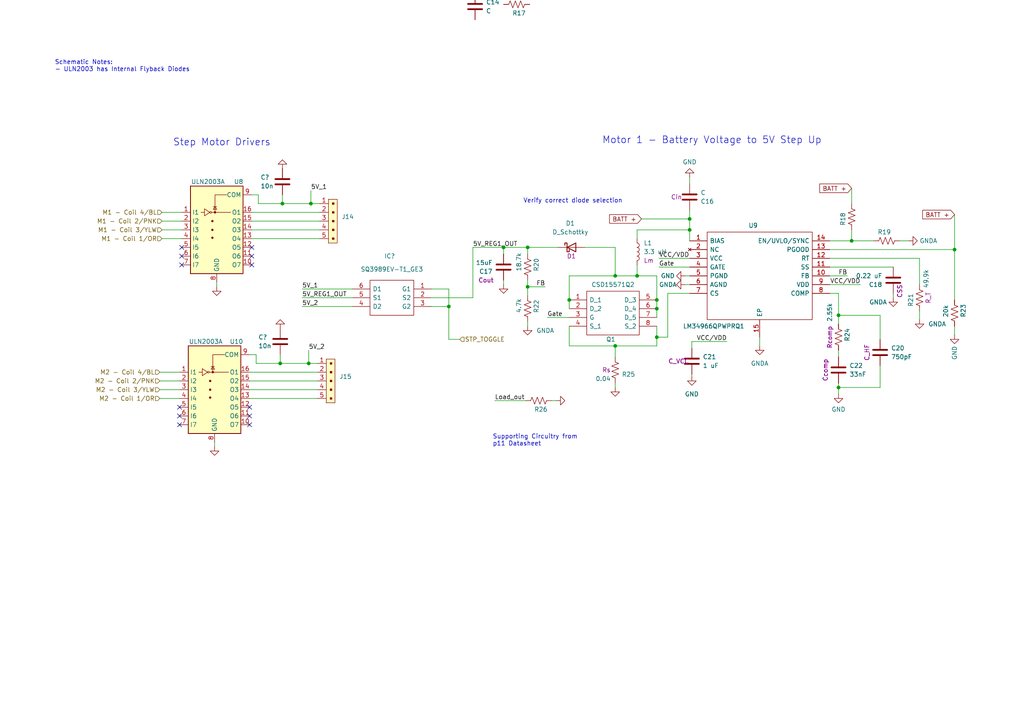
<source format=kicad_sch>
(kicad_sch (version 20211123) (generator eeschema)
  (paper "A4")
  (lib_symbols
    (symbol "CSD15571Q2:CSD15571Q2" (pin_names (offset 0.762))
      (property "Reference" "Q" (at 21.59 7.62 0))
      (property "Value" "CSD15571Q2" (at 21.59 5.08 0))
      (symbol "CSD15571Q2_0_0"
        (pin passive line (at 0 0 0) (length 5.08) (name "D_1") (number "1"))
        (pin passive line (at 0 -2.54 0) (length 5.08) (name "D_2") (number "2"))
        (pin passive line (at 0 -5.08 0) (length 5.08) (name "G") (number "3"))
        (pin passive line (at 0 -7.62 0) (length 5.08) (name "S_1") (number "4"))
        (pin passive line (at 25.4 0 180) (length 5.08) (name "D_3") (number "5"))
        (pin passive line (at 25.4 -2.54 180) (length 5.08) (name "D_4") (number "6"))
        (pin passive line (at 25.4 -5.08 180) (length 5.08) (name "D_5") (number "7"))
        (pin passive line (at 25.4 -7.62 180) (length 5.08) (name "S_2") (number "8"))
      )
      (symbol "CSD15571Q2_0_1"
        (polyline (pts (xy 5.08 2.54) (xy 20.32 2.54) (xy 20.32 -10.16) (xy 5.08 -10.16) (xy 5.08 2.54)) (stroke (width 0.1524)))
      )
    )
    (symbol "Device:C" (pin_numbers hide) (pin_names (offset 0.254))
      (property "Reference" "C" (at 0.635 2.54 0))
      (property "Value" "C" (at 0.635 -2.54 0))
      (symbol "C_0_1"
        (polyline (pts (xy -2.032 -0.762) (xy 2.032 -0.762)) (stroke (width 0.508)))
        (polyline (pts (xy -2.032 0.762) (xy 2.032 0.762)) (stroke (width 0.508)))
      )
      (symbol "C_1_1"
        (pin passive line (at 0 3.81 270) (length 2.794) (name "~") (number "1"))
        (pin passive line (at 0 -3.81 90) (length 2.794) (name "~") (number "2"))
      )
    )
    (symbol "Device:D_Schottky" (pin_numbers hide) (pin_names (offset 1.016) hide)
      (property "Reference" "D" (at 0 2.54 0))
      (property "Value" "D_Schottky" (at 0 -2.54 0))
      (symbol "D_Schottky_0_1"
        (polyline (pts (xy 1.27 0) (xy -1.27 0)))
        (polyline (pts (xy 1.27 1.27) (xy 1.27 -1.27) (xy -1.27 0) (xy 1.27 1.27)) (stroke (width 0.254)))
        (polyline (pts (xy -1.905 0.635) (xy -1.905 1.27) (xy -1.27 1.27) (xy -1.27 -1.27) (xy -0.635 -1.27) (xy -0.635 -0.635)) (stroke (width 0.254)))
      )
      (symbol "D_Schottky_1_1"
        (pin passive line (at -3.81 0 0) (length 2.54) (name "K") (number "1"))
        (pin passive line (at 3.81 0 180) (length 2.54) (name "A") (number "2"))
      )
    )
    (symbol "Device:L" (pin_numbers hide) (pin_names (offset 1.016) hide)
      (property "Reference" "L" (at -1.27 0 90))
      (property "Value" "L" (at 1.905 0 90))
      (symbol "L_0_1"
        (arc (start 0 -2.54) (mid 0.635 -1.905) (end 0 -1.27))
        (arc (start 0 -1.27) (mid 0.635 -0.635) (end 0 0))
        (arc (start 0 0) (mid 0.635 0.635) (end 0 1.27))
        (arc (start 0 1.27) (mid 0.635 1.905) (end 0 2.54))
      )
      (symbol "L_1_1"
        (pin passive line (at 0 3.81 270) (length 1.27) (name "1") (number "1"))
        (pin passive line (at 0 -3.81 90) (length 1.27) (name "2") (number "2"))
      )
    )
    (symbol "Device:R_US" (pin_numbers hide) (pin_names (offset 0))
      (property "Reference" "R" (at 2.54 0 90))
      (property "Value" "R_US" (at -2.54 0 90))
      (symbol "R_US_0_1"
        (polyline (pts (xy 0 -2.286) (xy 0 -2.54)))
        (polyline (pts (xy 0 2.286) (xy 0 2.54)))
        (polyline (pts (xy 0 -0.762) (xy 1.016 -1.143) (xy 0 -1.524) (xy -1.016 -1.905) (xy 0 -2.286)))
        (polyline (pts (xy 0 0.762) (xy 1.016 0.381) (xy 0 0) (xy -1.016 -0.381) (xy 0 -0.762)))
        (polyline (pts (xy 0 2.286) (xy 1.016 1.905) (xy 0 1.524) (xy -1.016 1.143) (xy 0 0.762)))
      )
      (symbol "R_US_1_1"
        (pin passive line (at 0 3.81 270) (length 1.27) (name "~") (number "1"))
        (pin passive line (at 0 -3.81 90) (length 1.27) (name "~") (number "2"))
      )
    )
    (symbol "LM34966QPWPRQ1:LM34966QPWPRQ1" (pin_names (offset 0.762))
      (property "Reference" "IC" (at 36.83 7.62 0))
      (property "Value" "LM34966QPWPRQ1" (at 36.83 5.08 0))
      (symbol "LM34966QPWPRQ1_0_0"
        (pin passive line (at 0 0 0) (length 5.08) (name "BIAS") (number "1"))
        (pin passive line (at 40.64 -10.16 180) (length 5.08) (name "FB") (number "10"))
        (pin passive line (at 40.64 -7.62 180) (length 5.08) (name "SS") (number "11"))
        (pin passive line (at 40.64 -5.08 180) (length 5.08) (name "RT") (number "12"))
        (pin passive line (at 40.64 -2.54 180) (length 5.08) (name "PGOOD") (number "13"))
        (pin passive line (at 40.64 0 180) (length 5.08) (name "EN/UVLO/SYNC") (number "14"))
        (pin passive line (at 20.32 -27.94 90) (length 5.08) (name "EP") (number "15"))
        (pin no_connect line (at 0 -2.54 0) (length 5.08) (name "NC") (number "2"))
        (pin passive line (at 0 -5.08 0) (length 5.08) (name "VCC") (number "3"))
        (pin passive line (at 0 -7.62 0) (length 5.08) (name "GATE") (number "4"))
        (pin passive line (at 0 -10.16 0) (length 5.08) (name "PGND") (number "5"))
        (pin passive line (at 0 -12.7 0) (length 5.08) (name "AGND") (number "6"))
        (pin passive line (at 0 -15.24 0) (length 5.08) (name "CS") (number "7"))
        (pin passive line (at 40.64 -15.24 180) (length 5.08) (name "COMP") (number "8"))
        (pin passive line (at 40.64 -12.7 180) (length 5.08) (name "VDD") (number "9"))
      )
      (symbol "LM34966QPWPRQ1_0_1"
        (polyline (pts (xy 5.08 2.54) (xy 35.56 2.54) (xy 35.56 -22.86) (xy 5.08 -22.86) (xy 5.08 2.54)) (stroke (width 0.1524)))
      )
    )
    (symbol "SQ3989EV-T1_GE3:SQ3989EV-T1_GE3" (pin_names (offset 0.762))
      (property "Reference" "IC" (at 19.05 7.62 0))
      (property "Value" "SQ3989EV-T1_GE3" (at 19.05 5.08 0))
      (symbol "SQ3989EV-T1_GE3_0_0"
        (pin passive line (at 0 0 0) (length 5.08) (name "G1") (number "1"))
        (pin passive line (at 0 -2.54 0) (length 5.08) (name "S2") (number "2"))
        (pin passive line (at 0 -5.08 0) (length 5.08) (name "G2") (number "3"))
        (pin passive line (at 22.86 -5.08 180) (length 5.08) (name "D2") (number "4"))
        (pin passive line (at 22.86 -2.54 180) (length 5.08) (name "S1") (number "5"))
        (pin passive line (at 22.86 0 180) (length 5.08) (name "D1") (number "6"))
      )
      (symbol "SQ3989EV-T1_GE3_0_1"
        (polyline (pts (xy 5.08 2.54) (xy 17.78 2.54) (xy 17.78 -7.62) (xy 5.08 -7.62) (xy 5.08 2.54)) (stroke (width 0.1524)))
      )
    )
    (symbol "Transistor_Array:ULN2003A"
      (property "Reference" "U" (at 0 15.875 0))
      (property "Value" "ULN2003A" (at 0 13.97 0))
      (symbol "ULN2003A_0_1"
        (rectangle (start -7.62 -12.7) (end 7.62 12.7) (stroke (width 0.254)) (fill (type background)))
        (circle (center -1.778 5.08) (radius 0.254))
        (circle (center -1.27 -2.286) (radius 0.254) (fill (type outline)))
        (circle (center -1.27 0) (radius 0.254) (fill (type outline)))
        (circle (center -1.27 2.54) (radius 0.254) (fill (type outline)))
        (circle (center -0.508 5.08) (radius 0.254) (fill (type outline)))
        (polyline (pts (xy -4.572 5.08) (xy -3.556 5.08)))
        (polyline (pts (xy -1.524 5.08) (xy 4.064 5.08)))
        (polyline (pts (xy 0 6.731) (xy -1.016 6.731)))
        (polyline (pts (xy -0.508 5.08) (xy -0.508 10.16) (xy 2.921 10.16)))
        (polyline (pts (xy -3.556 6.096) (xy -3.556 4.064) (xy -2.032 5.08) (xy -3.556 6.096)))
        (polyline (pts (xy 0 5.969) (xy -1.016 5.969) (xy -0.508 6.731) (xy 0 5.969)))
      )
      (symbol "ULN2003A_1_1"
        (pin input line (at -10.16 5.08 0) (length 2.54) (name "I1") (number "1"))
        (pin open_collector line (at 10.16 -10.16 180) (length 2.54) (name "O7") (number "10"))
        (pin open_collector line (at 10.16 -7.62 180) (length 2.54) (name "O6") (number "11"))
        (pin open_collector line (at 10.16 -5.08 180) (length 2.54) (name "O5") (number "12"))
        (pin open_collector line (at 10.16 -2.54 180) (length 2.54) (name "O4") (number "13"))
        (pin open_collector line (at 10.16 0 180) (length 2.54) (name "O3") (number "14"))
        (pin open_collector line (at 10.16 2.54 180) (length 2.54) (name "O2") (number "15"))
        (pin open_collector line (at 10.16 5.08 180) (length 2.54) (name "O1") (number "16"))
        (pin input line (at -10.16 2.54 0) (length 2.54) (name "I2") (number "2"))
        (pin input line (at -10.16 0 0) (length 2.54) (name "I3") (number "3"))
        (pin input line (at -10.16 -2.54 0) (length 2.54) (name "I4") (number "4"))
        (pin input line (at -10.16 -5.08 0) (length 2.54) (name "I5") (number "5"))
        (pin input line (at -10.16 -7.62 0) (length 2.54) (name "I6") (number "6"))
        (pin input line (at -10.16 -10.16 0) (length 2.54) (name "I7") (number "7"))
        (pin power_in line (at 0 -15.24 90) (length 2.54) (name "GND") (number "8"))
        (pin passive line (at 10.16 10.16 180) (length 2.54) (name "COM") (number "9"))
      )
    )
    (symbol "dk_Rectangular-Connectors-Headers-Male-Pins:B5B-XH-A_LF__SN_" (pin_names (offset 1.016))
      (property "Reference" "J" (at -2.54 -1.27 0))
      (property "Value" "B5B-XH-A_LF__SN_" (at 5.08 -3.81 0))
      (symbol "B5B-XH-A_LF__SN__1_1"
        (rectangle (start -1.27 0) (end 11.43 -2.54) (fill (type background)))
        (rectangle (start -0.254 -1.143) (end 0.254 -1.651) (fill (type outline)))
        (rectangle (start 2.286 -1.143) (end 2.794 -1.651) (fill (type outline)))
        (rectangle (start 4.826 -1.143) (end 5.334 -1.651) (fill (type outline)))
        (rectangle (start 7.366 -1.143) (end 7.874 -1.651) (fill (type outline)))
        (rectangle (start 9.906 -1.143) (end 10.414 -1.651) (fill (type outline)))
        (pin passive line (at 0 2.54 270) (length 2.54) (name "~") (number "1"))
        (pin passive line (at 2.54 2.54 270) (length 2.54) (name "~") (number "2"))
        (pin passive line (at 5.08 2.54 270) (length 2.54) (name "~") (number "3"))
        (pin passive line (at 7.62 2.54 270) (length 2.54) (name "~") (number "4"))
        (pin passive line (at 10.16 2.54 270) (length 2.54) (name "~") (number "5"))
      )
    )
    (symbol "power:GND" (power) (pin_names (offset 0))
      (property "Value" "GND" (at 0 -3.81 0))
      (symbol "GND_0_1"
        (polyline (pts (xy 0 0) (xy 0 -1.27) (xy 1.27 -1.27) (xy 0 -2.54) (xy -1.27 -1.27) (xy 0 -1.27)))
      )
      (symbol "GND_1_1"
        (pin power_in line (at 0 0 270) (length 0) hide (name "GND") (number "1"))
      )
    )
    (symbol "power:GNDA" (power) (pin_names (offset 0))
      (property "Value" "GNDA" (at 0 -3.81 0))
      (symbol "GNDA_0_1"
        (polyline (pts (xy 0 0) (xy 0 -1.27) (xy 1.27 -1.27) (xy 0 -2.54) (xy -1.27 -1.27) (xy 0 -1.27)))
      )
      (symbol "GNDA_1_1"
        (pin power_in line (at 0 0 270) (length 0) hide (name "GNDA") (number "1"))
      )
    )
  )
  (junction (at 190.5 97.79))
  (junction (at 200.025 66.675))
  (junction (at 81.915 59.055))
  (junction (at 153.035 83.185))
  (junction (at 243.205 112.395))
  (junction (at 243.205 91.44))
  (junction (at 178.435 80.01))
  (junction (at 165.1 86.995))
  (junction (at 200.025 63.5))
  (junction (at 90.17 59.055))
  (junction (at 190.5 86.995))
  (junction (at 130.175 88.9))
  (junction (at 276.86 72.39))
  (junction (at 81.28 105.41))
  (junction (at 153.035 71.755))
  (junction (at 247.015 69.85))
  (junction (at 184.785 80.01))
  (junction (at 89.535 105.41))
  (junction (at 146.05 71.755))
  (junction (at 178.435 100.33))
  (junction (at 190.5 89.535))
  (no_connect (at 73.025 74.295))
  (no_connect (at 72.39 123.19))
  (no_connect (at 52.07 123.19))
  (no_connect (at 73.025 71.755))
  (no_connect (at 72.39 118.11))
  (no_connect (at 73.025 76.835))
  (no_connect (at 52.705 74.295))
  (no_connect (at 52.705 76.835))
  (no_connect (at 52.705 71.755))
  (no_connect (at 52.07 118.11))
  (no_connect (at 52.07 120.65))
  (no_connect (at 72.39 120.65))
  (wire (pts (xy 200.025 60.96) (xy 200.025 63.5)))
  (wire (pts (xy 72.39 102.87) (xy 74.295 102.87)))
  (wire (pts (xy 130.175 98.425) (xy 133.35 98.425)))
  (wire (pts (xy 165.1 94.615) (xy 165.1 100.33)))
  (wire (pts (xy 92.71 64.135) (xy 73.025 64.135)))
  (wire (pts (xy 153.035 81.28) (xy 153.035 83.185)))
  (wire (pts (xy 178.435 111.125) (xy 178.435 112.395)))
  (wire (pts (xy 90.17 55.245) (xy 90.17 59.055)))
  (wire (pts (xy 137.16 71.755) (xy 146.05 71.755)))
  (wire (pts (xy 243.205 101.6) (xy 243.205 103.505)))
  (wire (pts (xy 92.075 105.41) (xy 89.535 105.41)))
  (wire (pts (xy 81.915 56.515) (xy 81.915 59.055)))
  (wire (pts (xy 92.71 66.675) (xy 73.025 66.675)))
  (wire (pts (xy 200.025 82.55) (xy 198.755 82.55)))
  (wire (pts (xy 143.51 116.205) (xy 152.4 116.205)))
  (wire (pts (xy 92.71 61.595) (xy 73.025 61.595)))
  (wire (pts (xy 200.025 53.34) (xy 200.025 51.435)))
  (wire (pts (xy 184.785 66.675) (xy 184.785 69.215)))
  (wire (pts (xy 153.035 83.185) (xy 153.035 85.725)))
  (wire (pts (xy 146.05 71.755) (xy 146.05 73.66)))
  (wire (pts (xy 190.5 97.79) (xy 193.675 97.79)))
  (wire (pts (xy 243.205 91.44) (xy 243.205 85.09)))
  (wire (pts (xy 178.435 80.01) (xy 178.435 71.755)))
  (wire (pts (xy 87.63 83.82) (xy 102.235 83.82)))
  (wire (pts (xy 52.705 64.135) (xy 46.99 64.135)))
  (wire (pts (xy 200.025 66.675) (xy 200.025 63.5)))
  (wire (pts (xy 255.27 106.045) (xy 255.27 112.395)))
  (wire (pts (xy 200.025 69.85) (xy 200.025 66.675)))
  (wire (pts (xy 153.035 71.755) (xy 161.925 71.755)))
  (wire (pts (xy 137.16 86.36) (xy 137.16 71.755)))
  (wire (pts (xy 243.205 91.44) (xy 255.27 91.44)))
  (wire (pts (xy 266.7 90.17) (xy 266.7 92.71)))
  (wire (pts (xy 178.435 100.33) (xy 190.5 100.33)))
  (wire (pts (xy 153.035 83.185) (xy 158.115 83.185)))
  (wire (pts (xy 160.02 116.205) (xy 161.29 116.205)))
  (wire (pts (xy 146.05 81.28) (xy 146.05 82.55)))
  (wire (pts (xy 89.535 101.6) (xy 89.535 105.41)))
  (wire (pts (xy 52.705 61.595) (xy 46.99 61.595)))
  (wire (pts (xy 52.07 115.57) (xy 46.355 115.57)))
  (wire (pts (xy 130.175 83.82) (xy 130.175 88.9)))
  (wire (pts (xy 260.985 69.85) (xy 263.525 69.85)))
  (wire (pts (xy 52.705 69.215) (xy 46.99 69.215)))
  (wire (pts (xy 165.1 80.01) (xy 178.435 80.01)))
  (wire (pts (xy 240.665 69.85) (xy 247.015 69.85)))
  (wire (pts (xy 153.035 93.345) (xy 153.035 94.615)))
  (wire (pts (xy 153.035 71.755) (xy 146.05 71.755)))
  (wire (pts (xy 74.93 59.055) (xy 81.915 59.055)))
  (wire (pts (xy 255.27 112.395) (xy 243.205 112.395)))
  (wire (pts (xy 190.5 86.995) (xy 190.5 80.01)))
  (wire (pts (xy 52.705 66.675) (xy 46.99 66.675)))
  (wire (pts (xy 81.28 102.87) (xy 81.28 105.41)))
  (wire (pts (xy 247.015 69.85) (xy 253.365 69.85)))
  (wire (pts (xy 165.1 86.995) (xy 165.1 80.01)))
  (wire (pts (xy 52.07 110.49) (xy 46.355 110.49)))
  (wire (pts (xy 52.07 113.03) (xy 46.355 113.03)))
  (wire (pts (xy 169.545 71.755) (xy 178.435 71.755)))
  (wire (pts (xy 200.66 99.06) (xy 210.82 99.06)))
  (wire (pts (xy 125.095 88.9) (xy 130.175 88.9)))
  (wire (pts (xy 130.175 88.9) (xy 130.175 98.425)))
  (wire (pts (xy 74.93 56.515) (xy 74.93 59.055)))
  (wire (pts (xy 243.205 112.395) (xy 243.205 114.3)))
  (wire (pts (xy 190.5 89.535) (xy 190.5 92.075)))
  (wire (pts (xy 92.075 107.95) (xy 72.39 107.95)))
  (wire (pts (xy 200.66 99.06) (xy 200.66 100.965)))
  (wire (pts (xy 87.63 88.9) (xy 102.235 88.9)))
  (wire (pts (xy 276.86 72.39) (xy 276.86 86.995)))
  (wire (pts (xy 184.785 76.835) (xy 184.785 80.01)))
  (wire (pts (xy 200.025 66.675) (xy 184.785 66.675)))
  (wire (pts (xy 220.345 97.79) (xy 220.345 100.33)))
  (wire (pts (xy 81.28 105.41) (xy 89.535 105.41)))
  (wire (pts (xy 190.5 100.33) (xy 190.5 97.79)))
  (wire (pts (xy 92.71 59.055) (xy 90.17 59.055)))
  (wire (pts (xy 191.135 74.93) (xy 200.025 74.93)))
  (wire (pts (xy 165.1 100.33) (xy 178.435 100.33)))
  (wire (pts (xy 193.675 85.09) (xy 200.025 85.09)))
  (wire (pts (xy 87.63 86.36) (xy 102.235 86.36)))
  (wire (pts (xy 186.055 63.5) (xy 200.025 63.5)))
  (wire (pts (xy 240.665 74.93) (xy 266.7 74.93)))
  (wire (pts (xy 276.86 62.23) (xy 276.86 72.39)))
  (wire (pts (xy 184.785 80.01) (xy 190.5 80.01)))
  (wire (pts (xy 92.075 113.03) (xy 72.39 113.03)))
  (wire (pts (xy 125.095 86.36) (xy 137.16 86.36)))
  (wire (pts (xy 73.025 56.515) (xy 74.93 56.515)))
  (wire (pts (xy 153.035 71.755) (xy 153.035 73.66)))
  (wire (pts (xy 243.205 111.125) (xy 243.205 112.395)))
  (wire (pts (xy 193.675 97.79) (xy 193.675 85.09)))
  (wire (pts (xy 249.555 82.55) (xy 240.665 82.55)))
  (wire (pts (xy 240.665 77.47) (xy 259.08 77.47)))
  (wire (pts (xy 200.66 108.585) (xy 200.66 109.22)))
  (wire (pts (xy 62.23 128.27) (xy 62.23 129.54)))
  (wire (pts (xy 255.27 91.44) (xy 255.27 98.425)))
  (wire (pts (xy 240.665 72.39) (xy 276.86 72.39)))
  (wire (pts (xy 158.75 92.075) (xy 165.1 92.075)))
  (wire (pts (xy 191.135 77.47) (xy 200.025 77.47)))
  (wire (pts (xy 190.5 86.995) (xy 190.5 89.535)))
  (wire (pts (xy 125.095 83.82) (xy 130.175 83.82)))
  (wire (pts (xy 74.295 105.41) (xy 81.28 105.41)))
  (wire (pts (xy 92.075 115.57) (xy 72.39 115.57)))
  (wire (pts (xy 178.435 100.33) (xy 178.435 103.505)))
  (wire (pts (xy 247.015 66.675) (xy 247.015 69.85)))
  (wire (pts (xy 165.1 89.535) (xy 165.1 86.995)))
  (wire (pts (xy 81.915 59.055) (xy 90.17 59.055)))
  (wire (pts (xy 74.295 102.87) (xy 74.295 105.41)))
  (wire (pts (xy 243.205 93.98) (xy 243.205 91.44)))
  (wire (pts (xy 247.015 54.61) (xy 247.015 59.055)))
  (wire (pts (xy 73.025 69.215) (xy 92.71 69.215)))
  (wire (pts (xy 243.205 85.09) (xy 240.665 85.09)))
  (wire (pts (xy 190.5 97.79) (xy 190.5 94.615)))
  (wire (pts (xy 200.025 80.01) (xy 198.755 80.01)))
  (wire (pts (xy 62.865 81.915) (xy 62.865 83.185)))
  (wire (pts (xy 240.665 80.01) (xy 245.745 80.01)))
  (wire (pts (xy 276.86 94.615) (xy 276.86 97.155)))
  (wire (pts (xy 92.075 110.49) (xy 72.39 110.49)))
  (wire (pts (xy 52.07 107.95) (xy 46.355 107.95)))
  (wire (pts (xy 178.435 80.01) (xy 184.785 80.01)))
  (wire (pts (xy 259.08 85.09) (xy 259.08 86.36)))
  (wire (pts (xy 266.7 74.93) (xy 266.7 82.55)))
  (text "Step Motor Drivers" (at 50.165 42.545 0) (effects (font (size 2 2)) (justify left bottom)))
  (text "TODO:\nAdd mosfets to toggle power in- on 5V regulator perhaps?\nVerify correct diode selection" (at 41.91 -3.175 0) (effects (font (size 1.27 1.27)) (justify left bottom)))
  (text "Motor 1 - Battery Voltage to 5V Step Up " (at 174.625 41.91 0) (effects (font (size 2 2)) (justify left bottom)))
  (text "Schematic Notes:\n- ULN2003 has Internal Flyback Diodes" (at 15.875 20.955 0) (effects (font (size 1.27 1.27)) (justify left bottom)))
  (text "Supporting Circuitry from \np11 Datasheet" (at 142.875 129.54 0) (effects (font (size 1.27 1.27)) (justify left bottom)))
  (text "Verify correct diode selection" (at 151.765 59.055 0) (effects (font (size 1.27 1.27)) (justify left bottom)))
  (label "5V_2" (at 87.63 88.9 0))
  (label "VCC{slash}VDD" (at 249.555 82.55 180))
  (label "5V_REG1_OUT" (at 87.63 86.36 0))
  (label "Load_out" (at 143.51 116.205 0))
  (label "5V_REG1_OUT" (at 137.16 71.755 0))
  (label "FB" (at 245.745 80.01 180))
  (label "VCC{slash}VDD" (at 191.135 74.93 0))
  (label "5V_1" (at 90.17 55.245 0))
  (label "FB" (at 158.115 83.185 180))
  (label "Gate" (at 191.135 77.47 0))
  (label "VCC{slash}VDD" (at 210.82 99.06 180))
  (label "Gate" (at 158.75 92.075 0))
  (label "5V_2" (at 89.535 101.6 0))
  (label "5V_1" (at 87.63 83.82 0))
  (global_label "BATT +" (shape input) (at 276.86 62.23 180) (property "Intersheet References" "${INTERSHEET_REFS}" (effects hide)))
  (global_label "BATT +" (shape input) (at 247.015 54.61 180) (property "Intersheet References" "${INTERSHEET_REFS}" (effects hide)))
  (global_label "BATT +" (shape input) (at 186.055 63.5 180) (property "Intersheet References" "${INTERSHEET_REFS}" (effects hide)))
  (hierarchical_label "M1 - Coil 3{slash}YLW" (shape input) (at 46.99 66.675 180))
  (hierarchical_label "M1 - Coil 1{slash}OR" (shape input) (at 46.99 69.215 180))
  (hierarchical_label "M1 - Coil 2{slash}PNK" (shape input) (at 46.99 64.135 180))
  (hierarchical_label "M2 - Coil 2{slash}PNK" (shape input) (at 46.355 110.49 180))
  (hierarchical_label "STP_TOGGLE" (shape input) (at 133.35 98.425 0))
  (hierarchical_label "M2 - Coil 1{slash}OR" (shape input) (at 46.355 115.57 180))
  (hierarchical_label "M2 - Coil 4{slash}BL" (shape input) (at 46.355 107.95 180))
  (hierarchical_label "M1 - Coil 4{slash}BL" (shape input) (at 46.99 61.595 180))
  (hierarchical_label "M2 - Coil 3{slash}YLW" (shape input) (at 46.355 113.03 180))
  (symbol (lib_id "power:GND") (at 178.435 112.395 0) (mirror y) (unit 1)
    (property "Reference" "#PWR059" (effects hide))
    (property "Value" "GND" (effects hide))
  )
  (symbol (lib_id "Device:C") (at 243.205 107.315 0) (unit 1)
    (property "Reference" "C22" (at 246.38 106.0449 0) (effects (justify left)))
    (property "Value" "33nF" (at 246.38 108.5849 0) (effects (justify left)))
    (property "Footprint" "Capacitor_SMD:C_0805_2012Metric" (effects hide))
    (property "MPN" "CGA4J2C0G1H333J125AA" (effects hide))
    (property "Part" "Ccomp" (at 239.395 107.315 90))
  )
  (symbol (lib_id "Device:C") (at 255.27 102.235 0) (unit 1)
    (property "Reference" "C20" (at 258.445 100.9649 0) (effects (justify left)))
    (property "Value" "750pF" (at 258.445 103.5049 0) (effects (justify left)))
    (property "Footprint" "Capacitor_SMD:C_0402_1005Metric" (effects hide))
    (property "MPN" "GRM1555C1H751GA01D" (effects hide))
    (property "Part" "C_HF" (at 251.46 102.235 90))
  )
  (symbol (lib_id "dk_Rectangular-Connectors-Headers-Male-Pins:B5B-XH-A_LF__SN_") (at 94.615 105.41 90) (mirror x) (unit 1)
    (property "Reference" "J15" (at 98.425 109.2199 90) (effects (justify right)))
    (property "Value" "Step_connector" (effects hide))
    (property "Footprint" "digikey-footprints:PinHeader_1x5_P2.5mm_Drill1.1mm" (effects hide))
    (property "Datasheet" "http://www.jst-mfg.com/product/pdf/eng/eXH.pdf" (effects hide))
    (property "MPN" "B5B-XH-A(LF)(SN)" (effects hide))
    (property "Digi-Key_PN" "455-2270-ND" (effects hide))
    (property "Category" "Connectors, Interconnects" (effects hide))
    (property "Family" "Rectangular Connectors - Headers, Male Pins" (effects hide))
    (property "DK_Datasheet_Link" "http://www.jst-mfg.com/product/pdf/eng/eXH.pdf" (effects hide))
    (property "DK_Detail_Page" "/product-detail/en/jst-sales-america-inc/B5B-XH-A(LF)(SN)/455-2270-ND/1530483" (effects hide))
    (property "Description" "CONN HEADER VERT 5POS 2.5MM" (effects hide))
    (property "Manufacturer" "JST Sales America Inc." (effects hide))
    (property "Status" "Active" (effects hide))
  )
  (symbol (lib_id "power:GNDA") (at 259.08 86.36 0) (unit 1)
    (property "Reference" "#PWR050" (effects hide))
    (property "Value" "GNDA" (at 252.095 87.63 0) (effects (justify left)))
  )
  (symbol (lib_id "Device:C") (at 146.05 77.47 180) (unit 1)
    (property "Reference" "C17" (at 142.875 78.7401 0) (effects (justify left)))
    (property "Value" "15uF" (at 142.875 76.2001 0) (effects (justify left)))
    (property "Footprint" "Capacitor_SMD:C_1210_3225Metric" (effects hide))
    (property "MPN" "CGA6P3X7R1C156M250AB" (effects hide))
    (property "Part" "Cout" (at 140.97 81.28 0))
  )
  (symbol (lib_id "power:GND") (at 62.865 83.185 0) (mirror y) (unit 1)
    (property "Reference" "#PWR046" (effects hide))
    (property "Value" "GND" (effects hide))
  )
  (symbol (lib_id "Device:R_US") (at 153.035 89.535 0) (unit 1)
    (property "Reference" "R22" (at 155.575 90.805 90) (effects (justify left)))
    (property "Value" "4.7k" (at 150.495 90.805 90) (effects (justify left)))
    (property "Footprint" "Resistor_SMD:R_0201_0603Metric" (effects hide))
    (property "MPN" "RG1608P-472-B-T5" (effects hide))
    (property "Part" "R_FBB" (effects hide))
  )
  (symbol (lib_id "Device:R_US") (at 149.86 1.27 270) (unit 1)
    (property "Reference" "R17" (at 148.59 3.81 90) (effects (justify left)))
    (property "Value" "R" (effects hide))
  )
  (symbol (lib_id "LM34966QPWPRQ1:LM34966QPWPRQ1") (at 200.025 69.85 0) (unit 1)
    (property "Reference" "U9" (at 218.44 65.405 0))
    (property "Value" "LM34966QPWPRQ1" (at 207.01 94.615 0))
    (property "Footprint" "SOP65P640X120-15N" (effects hide))
    (property "Datasheet" "https://www.ti.com/lit/ds/symlink/lm34966-q1.pdf?ts=1623394779229&ref_url=https%253A%252F%252Fwww.ti.com%252Fproduct%252FLM34966-Q1%253FkeyMatch%253DLM34966QPWPRQ1%2526tisearch%253Dsearch-everything%2526usecase%253DOPN" (effects hide))
    (property "Description" "Switching Controllers 500-kHz wide VIN nonsynchronous boost, flyback, & SEPIC controller 14-HTSSOP -40 to 150" (effects hide))
    (property "Height" "1.2" (effects hide))
    (property "Mouser Part Number" "595-LM34966QPWPRQ1" (effects hide))
    (property "Mouser Price/Stock" "https://www.mouser.co.uk/ProductDetail/Texas-Instruments/LM34966QPWPRQ1?qs=zW32dvEIR3tnRgqzlr9chw%3D%3D" (effects hide))
    (property "Manufacturer_Name" "Texas Instruments" (effects hide))
    (property "Manufacturer_Part_Number" "LM34966QPWPRQ1" (effects hide))
  )
  (symbol (lib_id "power:GND") (at 146.05 82.55 0) (mirror y) (unit 1)
    (property "Reference" "#PWR047" (effects hide))
    (property "Value" "GND" (effects hide))
  )
  (symbol (lib_id "Device:R_US") (at 151.13 -6.35 270) (unit 1)
    (property "Reference" "R16" (at 149.86 -3.81 90) (effects (justify left)))
    (property "Value" "R" (effects hide))
  )
  (symbol (lib_id "power:GND") (at 161.29 116.205 90) (mirror x) (unit 1)
    (property "Reference" "#PWR057" (effects hide))
    (property "Value" "GND" (effects hide))
  )
  (symbol (lib_id "power:GND") (at 81.28 95.25 0) (mirror x) (unit 1)
    (property "Reference" "#PWR?" (effects hide))
    (property "Value" "GND" (effects hide))
  )
  (symbol (lib_id "CSD15571Q2:CSD15571Q2") (at 165.1 86.995 0) (unit 1)
    (property "Reference" "Q1" (at 177.165 98.425 0))
    (property "Value" "CSD15571Q2" (at 177.8 82.55 0))
    (property "Footprint" "CSD15571Q2" (effects hide))
    (property "Datasheet" "http://www.ti.com/lit/gpn/csd15571q2" (effects hide))
    (property "Description" "20V, N ch NexFET MOSFET, single SON2x2, 19.2mOhm" (effects hide))
    (property "Height" "0.8" (effects hide))
    (property "Mouser Part Number" "595-CSD15571Q2" (effects hide))
    (property "Mouser Price/Stock" "https://www.mouser.co.uk/ProductDetail/Texas-Instruments/CSD15571Q2?qs=OGNXFUZBARuNT0xCwaBM7Q%3D%3D" (effects hide))
    (property "Manufacturer_Name" "Texas Instruments" (effects hide))
    (property "Manufacturer_Part_Number" "CSD15571Q2" (effects hide))
  )
  (symbol (lib_id "Device:R_US") (at 257.175 69.85 90) (unit 1)
    (property "Reference" "R19" (at 258.445 67.31 90) (effects (justify left)))
    (property "Value" "10k" (effects hide))
    (property "Footprint" "Resistor_SMD:R_0603_1608Metric" (effects hide))
    (property "MPN" "RT0603BRD0710KL" (effects hide))
    (property "Part" "R_UVLOB" (effects hide))
  )
  (symbol (lib_id "power:GND") (at 243.205 114.3 0) (unit 1)
    (property "Reference" "#PWR060" (effects hide))
    (property "Value" "GND" (at 243.205 118.745 0))
  )
  (symbol (lib_id "power:GNDA") (at 220.345 100.33 0) (unit 1)
    (property "Reference" "#PWR056" (effects hide))
    (property "Value" "GNDA" (at 220.345 105.41 0))
  )
  (symbol (lib_id "SQ3989EV-T1_GE3:SQ3989EV-T1_GE3") (at 125.095 83.82 0) (mirror y) (unit 1)
    (property "Reference" "IC?" (at 113.03 74.295 0))
    (property "Value" "SQ3989EV-T1_GE3" (at 113.665 78.105 0))
    (property "Footprint" "SOT95P284X110-6N" (effects hide))
    (property "Datasheet" "https://www.vishay.com/docs/75059/sq3989ev.pdf" (effects hide))
    (property "Description" "MOSFET Dual P-Channel 30V TSOP-6" (effects hide))
    (property "Height" "1.1" (effects hide))
    (property "Mouser Part Number" "78-SQ3989EV-T1_GE3" (effects hide))
    (property "Mouser Price/Stock" "https://www.mouser.co.uk/ProductDetail/Vishay-Semiconductors/SQ3989EV-T1_GE3?qs=Mv7BduZupUj%2FkOsgiBw4MQ%3D%3D" (effects hide))
    (property "Manufacturer_Name" "Vishay" (effects hide))
    (property "Manufacturer_Part_Number" "SQ3989EV-T1_GE3" (effects hide))
  )
  (symbol (lib_id "Device:C") (at 200.025 57.15 0) (mirror x) (unit 1)
    (property "Reference" "C16" (at 203.2 58.4201 0) (effects (justify left)))
    (property "Value" "C" (at 203.2 55.8801 0) (effects (justify left)))
    (property "Part" "Cin" (at 196.215 57.15 0))
  )
  (symbol (lib_id "power:GND") (at 200.025 51.435 0) (mirror x) (unit 1)
    (property "Reference" "#PWR042" (effects hide))
    (property "Value" "GND" (at 200.025 46.99 0))
  )
  (symbol (lib_id "Device:C") (at 165.1 -13.335 0) (unit 1)
    (property "Reference" "C12" (at 168.275 -14.6051 0) (effects (justify left)))
    (property "Value" "C" (at 168.275 -12.0651 0) (effects (justify left)))
  )
  (symbol (lib_id "Device:C") (at 81.915 52.705 0) (mirror y) (unit 1)
    (property "Reference" "C?" (at 75.565 51.435 0) (effects (justify right)))
    (property "Value" "10n" (at 75.565 53.975 0) (effects (justify right)))
    (property "Footprint" "Capacitor_SMD:C_0805_2012Metric" (effects hide))
    (property "MPN" "0805YC103MAT2A" (effects hide))
  )
  (symbol (lib_id "power:GNDA") (at 266.7 92.71 0) (unit 1)
    (property "Reference" "#PWR052" (effects hide))
    (property "Value" "GNDA" (at 269.24 93.9799 0) (effects (justify left)))
  )
  (symbol (lib_id "power:GND") (at 198.755 80.01 270) (mirror x) (unit 1)
    (property "Reference" "#PWR045" (effects hide))
    (property "Value" "GND" (at 193.675 80.01 90))
  )
  (symbol (lib_id "Device:R_US") (at 156.21 116.205 270) (unit 1)
    (property "Reference" "R26" (at 154.94 118.745 90) (effects (justify left)))
    (property "Value" "R" (effects hide))
  )
  (symbol (lib_id "power:GNDA") (at 198.755 82.55 270) (unit 1)
    (property "Reference" "#PWR048" (effects hide))
    (property "Value" "GNDA" (at 191.135 82.55 90) (effects (justify left)))
  )
  (symbol (lib_id "Device:C") (at 200.66 104.775 0) (unit 1)
    (property "Reference" "C21" (at 203.835 103.5049 0) (effects (justify left)))
    (property "Value" "1 uF" (at 203.835 106.0449 0) (effects (justify left)))
    (property "Footprint" "Resistor_SMD:R_0201_0603Metric" (effects hide))
    (property "MPN" "GCM188R71C105MA64D" (effects hide))
    (property "Part" "C_VCC" (at 196.85 104.775 0))
  )
  (symbol (lib_id "power:GND") (at 276.86 97.155 0) (unit 1)
    (property "Reference" "#PWR055" (effects hide))
    (property "Value" "GND" (at 276.8601 100.33 90) (effects (justify right)))
  )
  (symbol (lib_id "Device:R_US") (at 247.015 62.865 180) (unit 1)
    (property "Reference" "R18" (at 244.475 61.595 90) (effects (justify left)))
    (property "Value" "12k" (effects hide))
    (property "Footprint" "Resistor_SMD:R_0603_1608Metric" (effects hide))
    (property "MPN" "RT0603BRD0713KL" (effects hide))
    (property "Part" "R_UVLOT" (effects hide))
  )
  (symbol (lib_id "power:GNDA") (at 153.035 94.615 0) (unit 1)
    (property "Reference" "#PWR054" (effects hide))
    (property "Value" "GNDA" (at 155.575 95.8849 0) (effects (justify left)))
  )
  (symbol (lib_id "power:GND") (at 200.66 109.22 0) (unit 1)
    (property "Reference" "#PWR058" (effects hide))
    (property "Value" "GND" (at 200.66 114.3 0))
  )
  (symbol (lib_id "dk_Rectangular-Connectors-Headers-Male-Pins:B5B-XH-A_LF__SN_") (at 95.25 59.055 90) (mirror x) (unit 1)
    (property "Reference" "J14" (at 99.06 62.8649 90) (effects (justify right)))
    (property "Value" "Step_connector" (effects hide))
    (property "Footprint" "digikey-footprints:PinHeader_1x5_P2.5mm_Drill1.1mm" (effects hide))
    (property "Datasheet" "http://www.jst-mfg.com/product/pdf/eng/eXH.pdf" (effects hide))
    (property "MPN" "B5B-XH-A(LF)(SN)" (effects hide))
    (property "Digi-Key_PN" "455-2270-ND" (effects hide))
    (property "Category" "Connectors, Interconnects" (effects hide))
    (property "Family" "Rectangular Connectors - Headers, Male Pins" (effects hide))
    (property "DK_Datasheet_Link" "http://www.jst-mfg.com/product/pdf/eng/eXH.pdf" (effects hide))
    (property "DK_Detail_Page" "/product-detail/en/jst-sales-america-inc/B5B-XH-A(LF)(SN)/455-2270-ND/1530483" (effects hide))
    (property "Description" "CONN HEADER VERT 5POS 2.5MM" (effects hide))
    (property "Manufacturer" "JST Sales America Inc." (effects hide))
    (property "Status" "Active" (effects hide))
  )
  (symbol (lib_id "Transistor_Array:ULN2003A") (at 62.865 66.675 0) (unit 1)
    (property "Reference" "U8" (at 69.215 52.705 0))
    (property "Value" "ULN2003A" (at 60.325 52.705 0))
    (property "Footprint" "Miles Added:ULN2003ADR2G_OSI" (effects hide))
    (property "Datasheet" "http://www.ti.com/lit/ds/symlink/uln2003a.pdf" (effects hide))
    (property "MPN" "ULN2003ADR2G" (effects hide))
  )
  (symbol (lib_id "Transistor_Array:ULN2003A") (at 62.23 113.03 0) (unit 1)
    (property "Reference" "U10" (at 68.58 99.06 0))
    (property "Value" "ULN2003A" (at 59.69 99.06 0))
    (property "Footprint" "Miles Added:ULN2003ADR2G_OSI" (effects hide))
    (property "Datasheet" "http://www.ti.com/lit/ds/symlink/uln2003a.pdf" (effects hide))
    (property "MPN" "ULN2003ADR2G" (effects hide))
  )
  (symbol (lib_id "Device:C") (at 139.065 -5.715 0) (unit 1)
    (property "Reference" "C13" (at 142.24 -6.9851 0) (effects (justify left)))
    (property "Value" "C" (at 142.24 -4.4451 0) (effects (justify left)))
  )
  (symbol (lib_id "Device:D_Schottky") (at 165.735 71.755 0) (unit 1)
    (property "Reference" "D1" (at 165.4175 64.77 0))
    (property "Value" "D_Schottky" (at 165.4175 67.31 0))
    (property "Footprint" "Miles Added:DIOM5226X240N" (effects hide))
    (property "Part" "D1" (at 165.735 74.295 0))
    (property "MPN" "VS-50WQ04FN-M3" (effects hide))
  )
  (symbol (lib_id "Device:C") (at 259.08 81.28 180) (unit 1)
    (property "Reference" "C18" (at 255.905 82.5501 0) (effects (justify left)))
    (property "Value" "0.22 uF" (at 255.905 80.0101 0) (effects (justify left)))
    (property "Footprint" "Resistor_SMD:R_0201_0603Metric" (effects hide))
    (property "MPN" "CGA3E3X7R1H224K080AB" (effects hide))
    (property "Part" "CSS" (at 260.985 84.455 90))
  )
  (symbol (lib_id "Device:C") (at 81.28 99.06 0) (mirror y) (unit 1)
    (property "Reference" "C?" (at 74.93 97.79 0) (effects (justify right)))
    (property "Value" "10n" (at 74.93 100.33 0) (effects (justify right)))
    (property "Footprint" "Capacitor_SMD:C_0805_2012Metric" (effects hide))
    (property "MPN" "0805YC103MAT2A" (effects hide))
  )
  (symbol (lib_id "Device:L") (at 184.785 73.025 0) (unit 1)
    (property "Reference" "L1" (at 186.69 70.4849 0) (effects (justify left)))
    (property "Value" "3.3 uH" (at 186.69 73.0249 0) (effects (justify left)))
    (property "Footprint" "0_custom:XAL1010-682MED" (effects hide))
    (property "Part" "Lm" (at 186.69 75.5649 0) (effects (justify left)))
    (property "MPN" "XAL1010-332MED" (effects hide))
  )
  (symbol (lib_id "Device:R_US") (at 243.205 97.79 0) (unit 1)
    (property "Reference" "R24" (at 245.745 99.06 90) (effects (justify left)))
    (property "Value" "2.55k" (at 240.665 93.345 90) (effects (justify left)))
    (property "Footprint" "Capacitor_SMD:C_0402_1005Metric" (effects hide))
    (property "MPN" "RMCF0402FT2K55" (effects hide))
    (property "Part" "Rcomp" (at 240.665 97.79 90))
  )
  (symbol (lib_id "power:GND") (at 62.23 129.54 0) (mirror y) (unit 1)
    (property "Reference" "#PWR061" (effects hide))
    (property "Value" "GND" (effects hide))
  )
  (symbol (lib_id "Device:R_US") (at 178.435 107.315 0) (unit 1)
    (property "Reference" "R25" (at 180.34 108.585 0) (effects (justify left)))
    (property "Value" "0.04" (at 172.72 109.855 0) (effects (justify left)))
    (property "Footprint" "Resistor_SMD:R_1206_3216Metric" (effects hide))
    (property "MPN" "TLRP2B10DR040FTD" (effects hide))
    (property "Part" "Rs" (at 175.895 107.315 0))
  )
  (symbol (lib_id "Device:R_US") (at 276.86 90.805 0) (unit 1)
    (property "Reference" "R23" (at 279.4 92.075 90) (effects (justify left)))
    (property "Value" "20k" (at 274.32 92.075 90) (effects (justify left)))
    (property "Footprint" "Capacitor_SMD:C_0402_1005Metric" (effects hide))
    (property "MPN" "ERJ-U02J203X" (effects hide))
    (property "Part" "PG_PU" (effects hide))
  )
  (symbol (lib_id "Device:R_US") (at 266.7 86.36 180) (unit 1)
    (property "Reference" "R21" (at 264.16 85.09 90) (effects (justify left)))
    (property "Value" "49.9k" (at 268.605 78.105 90) (effects (justify left)))
    (property "Footprint" "Resistor_SMD:R_0201_0603Metric" (effects hide))
    (property "MPN" "CRCW060349K9FKEA" (effects hide))
    (property "Part" "R_T" (at 269.24 86.36 90))
  )
  (symbol (lib_id "power:GND") (at 81.915 48.895 0) (mirror x) (unit 1)
    (property "Reference" "#PWR?" (effects hide))
    (property "Value" "GND" (effects hide))
  )
  (symbol (lib_id "Device:R_US") (at 153.035 77.47 0) (unit 1)
    (property "Reference" "R20" (at 155.575 78.74 90) (effects (justify left)))
    (property "Value" "18.7k" (at 150.495 78.74 90) (effects (justify left)))
    (property "Footprint" "Resistor_SMD:R_0201_0603Metric" (effects hide))
    (property "MPN" "RG1608P-1872-B-T5" (effects hide))
    (property "Part" "R_FBT" (effects hide))
  )
  (symbol (lib_id "Device:C") (at 137.795 1.905 0) (unit 1)
    (property "Reference" "C14" (at 140.97 0.6349 0) (effects (justify left)))
    (property "Value" "C" (at 140.97 3.1749 0) (effects (justify left)))
  )
  (symbol (lib_id "power:GNDA") (at 263.525 69.85 90) (unit 1)
    (property "Reference" "#PWR044" (effects hide))
    (property "Value" "GNDA" (at 266.7 69.8499 90) (effects (justify right)))
  )
)
</source>
